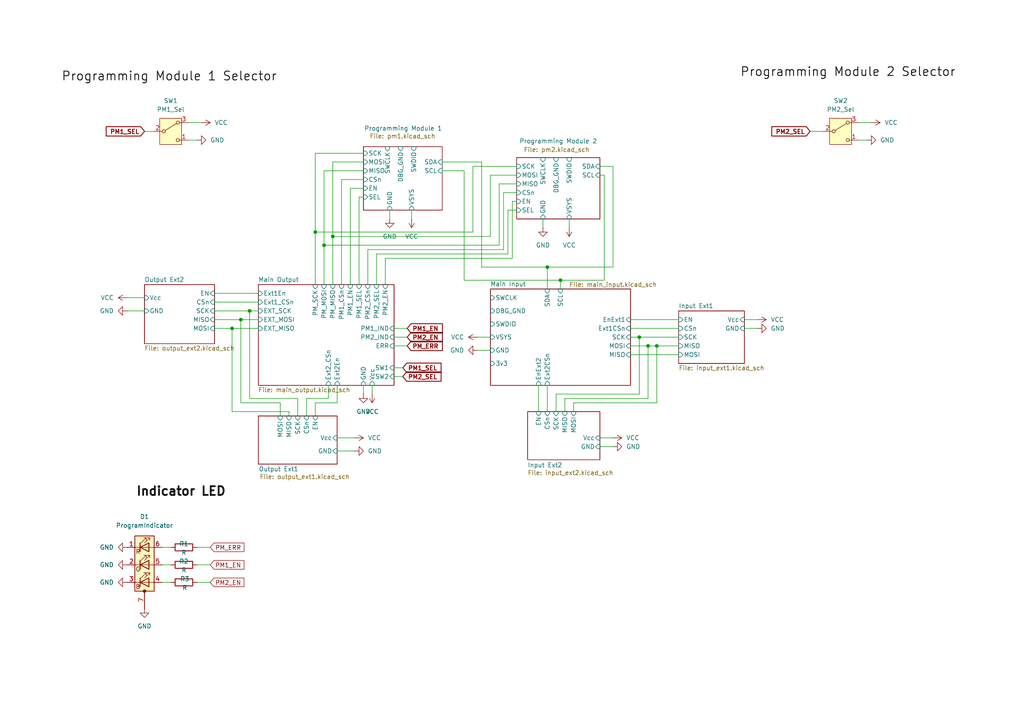
<source format=kicad_sch>
(kicad_sch (version 20231120) (generator "eeschema") (generator_version "8.0")
  (paper "A4")
  (title_block (title "Modular Pip Boy") (rev "1"))
  (lib_symbols
    (symbol "Device:LED_RGB_EP" (pin_names (offset 0) hide)
      (property "Reference" "D" (at 0 11.43 0))
      (property "Value" "LED_RGB_EP" (at 0 9.398 0))
      (symbol "LED_RGB_EP_0_0"
        (text "B" (at -1.905 -6.35 0) (effects (font (size 1.27 1.27))))
        (text "G" (at -1.905 -1.27 0) (effects (font (size 1.27 1.27))))
        (text "R" (at -1.905 3.81 0) (effects (font (size 1.27 1.27))))
      )
      (symbol "LED_RGB_EP_0_1"
        (circle (center 0 -7.62) (radius 0.3556) (stroke (width 0.254)) (fill (type outline)))
        (polyline (pts (xy -1.27 -5.08) (xy -2.54 -5.08)))
        (polyline (pts (xy -1.27 -3.81) (xy -1.27 -6.35)) (stroke (width 0.254)))
        (polyline (pts (xy -1.27 0) (xy -2.54 0)))
        (polyline (pts (xy -1.27 1.27) (xy -1.27 -1.27)) (stroke (width 0.254)))
        (polyline (pts (xy -1.27 5.08) (xy -2.54 5.08)))
        (polyline (pts (xy -1.27 5.08) (xy 1.27 5.08)))
        (polyline (pts (xy -1.27 6.35) (xy -1.27 3.81)) (stroke (width 0.254)))
        (polyline (pts (xy -1.016 0) (xy 1.27 0)))
        (polyline (pts (xy 1.27 -5.08) (xy -1.27 -5.08)))
        (polyline (pts (xy 1.27 -5.08) (xy 2.54 -5.08)))
        (polyline (pts (xy 1.27 5.08) (xy 2.54 5.08)))
        (polyline (pts (xy 2.54 0) (xy 1.27 0)))
        (polyline (pts (xy -1.27 1.27) (xy -1.27 -1.27) (xy -1.27 -1.27)))
        (polyline (pts (xy -1.27 6.35) (xy -1.27 3.81) (xy -1.27 3.81)))
        (polyline (pts (xy 1.27 -3.81) (xy 1.27 -6.35) (xy -1.27 -5.08) (xy 1.27 -3.81)) (stroke (width 0.254)))
        (polyline (pts (xy 1.27 1.27) (xy 1.27 -1.27) (xy -1.27 0) (xy 1.27 1.27)) (stroke (width 0.254)))
        (polyline (pts (xy 1.27 6.35) (xy 1.27 3.81) (xy -1.27 5.08) (xy 1.27 6.35)) (stroke (width 0.254)))
        (polyline (pts (xy -1.016 -3.81) (xy 0.508 -2.286) (xy -0.254 -2.286) (xy 0.508 -2.286) (xy 0.508 -3.048)))
        (polyline (pts (xy -1.016 1.27) (xy 0.508 2.794) (xy -0.254 2.794) (xy 0.508 2.794) (xy 0.508 2.032)))
        (polyline (pts (xy -1.016 6.35) (xy 0.508 7.874) (xy -0.254 7.874) (xy 0.508 7.874) (xy 0.508 7.112)))
        (polyline (pts (xy 0 -3.81) (xy 1.524 -2.286) (xy 0.762 -2.286) (xy 1.524 -2.286) (xy 1.524 -3.048)))
        (polyline (pts (xy 0 1.27) (xy 1.524 2.794) (xy 0.762 2.794) (xy 1.524 2.794) (xy 1.524 2.032)))
        (polyline (pts (xy 0 6.35) (xy 1.524 7.874) (xy 0.762 7.874) (xy 1.524 7.874) (xy 1.524 7.112)))
        (rectangle (start 1.27 -1.27) (end 1.27 1.27))
        (rectangle (start 1.27 1.27) (end 1.27 1.27))
        (rectangle (start 1.27 3.81) (end 1.27 6.35))
        (rectangle (start 1.27 6.35) (end 1.27 6.35))
        (rectangle (start 2.794 8.382) (end -2.794 -7.62) (stroke (width 0.254)) (fill (type background)))
      )
      (symbol "LED_RGB_EP_1_1"
        (pin passive line (at -5.08 5.08 0) (length 2.54) (name "RK") (number "1"))
        (pin passive line (at -5.08 0 0) (length 2.54) (name "GK") (number "2"))
        (pin passive line (at -5.08 -5.08 0) (length 2.54) (name "BK") (number "3"))
        (pin passive line (at 5.08 -5.08 180) (length 2.54) (name "BA") (number "4"))
        (pin passive line (at 5.08 0 180) (length 2.54) (name "GA") (number "5"))
        (pin passive line (at 5.08 5.08 180) (length 2.54) (name "RA") (number "6"))
        (pin passive line (at 0 -12.7 90) (length 5.08) (name "PAD") (number "7"))
      )
    )
    (symbol "Device:R" (pin_numbers hide) (pin_names (offset 0))
      (property "Reference" "R" (at 2.032 0 90))
      (property "Value" "R" (at 0 0 90))
      (symbol "R_0_1"
        (rectangle (start -1.016 -2.54) (end 1.016 2.54) (stroke (width 0.254)))
      )
      (symbol "R_1_1"
        (pin passive line (at 0 3.81 270) (length 1.27) (name "~") (number "1"))
        (pin passive line (at 0 -3.81 90) (length 1.27) (name "~") (number "2"))
      )
    )
    (symbol "Switch:SW_Nidec_CAS-120A1" (pin_names (offset 1) hide)
      (property "Reference" "SW" (at 0 4.318 0))
      (property "Value" "SW_Nidec_CAS-120A1" (at 0 -5.08 0))
      (symbol "SW_Nidec_CAS-120A1_0_1"
        (circle (center -2.032 0) (radius 0.4572))
        (polyline (pts (xy -1.651 0.254) (xy 1.651 2.286)))
        (circle (center 2.032 -2.54) (radius 0.4572))
        (circle (center 2.032 2.54) (radius 0.4572))
      )
      (symbol "SW_Nidec_CAS-120A1_1_1"
        (rectangle (start -3.175 3.81) (end 3.175 -3.81) (fill (type background)))
        (pin passive line (at 5.08 -2.54 180) (length 2.54) (name "C") (number "1"))
        (pin passive line (at -5.08 0 0) (length 2.54) (name "B") (number "2"))
        (pin passive line (at 5.08 2.54 180) (length 2.54) (name "A") (number "3"))
      )
    )
    (symbol "power:GND" (power) (pin_numbers hide) (pin_names (offset 0) hide)
      (property "Value" "GND" (at 0 -3.81 0))
      (symbol "GND_0_1"
        (polyline (pts (xy 0 0) (xy 0 -1.27) (xy 1.27 -1.27) (xy 0 -2.54) (xy -1.27 -1.27) (xy 0 -1.27)))
      )
      (symbol "GND_1_1"
        (pin power_in line (at 0 0 270) (length 0) (name "~") (number "1"))
      )
    )
    (symbol "power:VCC" (power) (pin_numbers hide) (pin_names (offset 0) hide)
      (property "Value" "VCC" (at 0 3.556 0))
      (symbol "VCC_0_1"
        (polyline (pts (xy -0.762 1.27) (xy 0 2.54)))
        (polyline (pts (xy 0 0) (xy 0 2.54)))
        (polyline (pts (xy 0 2.54) (xy 0.762 1.27)))
      )
      (symbol "VCC_1_1"
        (pin power_in line (at 0 0 90) (length 0) (name "~") (number "1"))
      )
    )
  )
  (junction (at 91.44 67.31))
  (junction (at 67.31 95.25))
  (junction (at 190.5 100.33))
  (junction (at 162.56 81.28))
  (junction (at 69.85 92.71))
  (junction (at 185.42 97.79))
  (junction (at 158.75 77.47))
  (junction (at 72.39 90.17))
  (junction (at 96.52 68.58))
  (junction (at 93.98 71.12))
  (junction (at 187.96 100.33))
  (wire (pts (xy 148.59 58.42) (xy 149.86 58.42)))
  (wire (pts (xy 107.95 111.76) (xy 107.95 114.3)))
  (wire (pts (xy 248.92 35.56) (xy 252.73 35.56)))
  (wire (pts (xy 148.59 74.93) (xy 148.59 58.42)))
  (wire (pts (xy 91.44 44.45) (xy 105.41 44.45)))
  (wire (pts (xy 185.42 114.3) (xy 161.29 114.3)))
  (wire (pts (xy 91.44 67.31) (xy 137.16 67.31)))
  (wire (pts (xy 46.99 168.91) (xy 49.53 168.91)))
  (wire (pts (xy 182.88 102.87) (xy 196.85 102.87)))
  (wire (pts (xy 248.92 40.64) (xy 251.46 40.64)))
  (wire (pts (xy 91.44 82.55) (xy 91.44 67.31)))
  (wire (pts (xy 182.88 97.79) (xy 185.42 97.79)))
  (wire (pts (xy 46.99 163.83) (xy 49.53 163.83)))
  (wire (pts (xy 83.82 119.38) (xy 67.31 119.38)))
  (wire (pts (xy 104.14 82.55) (xy 104.14 57.15)))
  (wire (pts (xy 114.3 97.79) (xy 118.11 97.79)))
  (wire (pts (xy 161.29 114.3) (xy 161.29 119.38)))
  (wire (pts (xy 96.52 68.58) (xy 142.24 68.58)))
  (wire (pts (xy 158.75 77.47) (xy 158.75 83.82)))
  (wire (pts (xy 182.88 92.71) (xy 196.85 92.71)))
  (wire (pts (xy 134.62 81.28) (xy 134.62 49.53)))
  (wire (pts (xy 114.3 100.33) (xy 118.11 100.33)))
  (wire (pts (xy 93.98 71.12) (xy 144.78 71.12)))
  (wire (pts (xy 99.06 52.07) (xy 105.41 52.07)))
  (wire (pts (xy 142.24 50.8) (xy 142.24 68.58)))
  (wire (pts (xy 91.44 67.31) (xy 91.44 44.45)))
  (wire (pts (xy 128.27 46.99) (xy 139.7 46.99)))
  (wire (pts (xy 69.85 92.71) (xy 69.85 116.84)))
  (wire (pts (xy 109.22 73.66) (xy 147.32 73.66)))
  (wire (pts (xy 97.79 127) (xy 102.87 127)))
  (wire (pts (xy 86.36 115.57) (xy 72.39 115.57)))
  (wire (pts (xy 62.23 85.09) (xy 74.93 85.09)))
  (wire (pts (xy 173.99 127) (xy 177.8 127)))
  (wire (pts (xy 156.21 111.76) (xy 156.21 119.38)))
  (wire (pts (xy 88.9 115.57) (xy 88.9 120.65)))
  (wire (pts (xy 173.99 50.8) (xy 175.26 50.8)))
  (wire (pts (xy 182.88 100.33) (xy 187.96 100.33)))
  (wire (pts (xy 36.83 90.17) (xy 41.91 90.17)))
  (wire (pts (xy 158.75 77.47) (xy 177.8 77.47)))
  (wire (pts (xy 101.6 54.61) (xy 105.41 54.61)))
  (wire (pts (xy 114.3 106.68) (xy 116.84 106.68)))
  (wire (pts (xy 46.99 158.75) (xy 49.53 158.75)))
  (wire (pts (xy 165.1 63.5) (xy 165.1 66.04)))
  (wire (pts (xy 190.5 100.33) (xy 196.85 100.33)))
  (wire (pts (xy 62.23 92.71) (xy 69.85 92.71)))
  (wire (pts (xy 147.32 60.96) (xy 149.86 60.96)))
  (wire (pts (xy 157.48 63.5) (xy 157.48 66.04)))
  (wire (pts (xy 96.52 46.99) (xy 105.41 46.99)))
  (wire (pts (xy 149.86 50.8) (xy 142.24 50.8)))
  (wire (pts (xy 166.37 116.84) (xy 166.37 119.38)))
  (wire (pts (xy 147.32 73.66) (xy 147.32 60.96)))
  (wire (pts (xy 57.15 158.75) (xy 60.96 158.75)))
  (wire (pts (xy 93.98 82.55) (xy 93.98 71.12)))
  (wire (pts (xy 101.6 82.55) (xy 101.6 54.61)))
  (wire (pts (xy 91.44 116.84) (xy 97.79 116.84)))
  (wire (pts (xy 57.15 168.91) (xy 60.96 168.91)))
  (wire (pts (xy 36.83 86.36) (xy 41.91 86.36)))
  (wire (pts (xy 54.61 40.64) (xy 57.15 40.64)))
  (wire (pts (xy 62.23 87.63) (xy 74.93 87.63)))
  (wire (pts (xy 175.26 81.28) (xy 162.56 81.28)))
  (wire (pts (xy 163.83 119.38) (xy 163.83 115.57)))
  (wire (pts (xy 190.5 100.33) (xy 190.5 116.84)))
  (wire (pts (xy 187.96 100.33) (xy 190.5 100.33)))
  (wire (pts (xy 106.68 82.55) (xy 106.68 72.39)))
  (wire (pts (xy 144.78 53.34) (xy 149.86 53.34)))
  (wire (pts (xy 182.88 95.25) (xy 196.85 95.25)))
  (wire (pts (xy 81.28 116.84) (xy 81.28 120.65)))
  (wire (pts (xy 62.23 95.25) (xy 67.31 95.25)))
  (wire (pts (xy 173.99 129.54) (xy 177.8 129.54)))
  (wire (pts (xy 114.3 109.22) (xy 116.84 109.22)))
  (wire (pts (xy 86.36 120.65) (xy 86.36 115.57)))
  (wire (pts (xy 138.43 97.79) (xy 142.24 97.79)))
  (wire (pts (xy 95.25 111.76) (xy 95.25 115.57)))
  (wire (pts (xy 99.06 82.55) (xy 99.06 52.07)))
  (wire (pts (xy 128.27 49.53) (xy 134.62 49.53)))
  (wire (pts (xy 137.16 48.26) (xy 137.16 67.31)))
  (wire (pts (xy 163.83 115.57) (xy 187.96 115.57)))
  (wire (pts (xy 67.31 95.25) (xy 74.93 95.25)))
  (wire (pts (xy 97.79 130.81) (xy 102.87 130.81)))
  (wire (pts (xy 62.23 90.17) (xy 72.39 90.17)))
  (wire (pts (xy 109.22 82.55) (xy 109.22 73.66)))
  (wire (pts (xy 144.78 71.12) (xy 144.78 53.34)))
  (wire (pts (xy 69.85 92.71) (xy 74.93 92.71)))
  (wire (pts (xy 215.9 95.25) (xy 219.71 95.25)))
  (wire (pts (xy 72.39 90.17) (xy 74.93 90.17)))
  (wire (pts (xy 41.91 38.1) (xy 44.45 38.1)))
  (wire (pts (xy 139.7 77.47) (xy 158.75 77.47)))
  (wire (pts (xy 215.9 92.71) (xy 219.71 92.71)))
  (wire (pts (xy 105.41 111.76) (xy 105.41 114.3)))
  (wire (pts (xy 96.52 82.55) (xy 96.52 68.58)))
  (wire (pts (xy 177.8 77.47) (xy 177.8 48.26)))
  (wire (pts (xy 97.79 111.76) (xy 97.79 116.84)))
  (wire (pts (xy 104.14 57.15) (xy 105.41 57.15)))
  (wire (pts (xy 113.03 60.96) (xy 113.03 63.5)))
  (wire (pts (xy 114.3 95.25) (xy 118.11 95.25)))
  (wire (pts (xy 173.99 48.26) (xy 177.8 48.26)))
  (wire (pts (xy 187.96 100.33) (xy 187.96 115.57)))
  (wire (pts (xy 93.98 49.53) (xy 105.41 49.53)))
  (wire (pts (xy 162.56 81.28) (xy 162.56 83.82)))
  (wire (pts (xy 149.86 48.26) (xy 137.16 48.26)))
  (wire (pts (xy 234.95 38.1) (xy 238.76 38.1)))
  (wire (pts (xy 106.68 72.39) (xy 146.05 72.39)))
  (wire (pts (xy 190.5 116.84) (xy 166.37 116.84)))
  (wire (pts (xy 57.15 163.83) (xy 60.96 163.83)))
  (wire (pts (xy 139.7 46.99) (xy 139.7 77.47)))
  (wire (pts (xy 72.39 90.17) (xy 72.39 115.57)))
  (wire (pts (xy 185.42 97.79) (xy 196.85 97.79)))
  (wire (pts (xy 158.75 111.76) (xy 158.75 119.38)))
  (wire (pts (xy 175.26 50.8) (xy 175.26 81.28)))
  (wire (pts (xy 111.76 82.55) (xy 111.76 74.93)))
  (wire (pts (xy 67.31 119.38) (xy 67.31 95.25)))
  (wire (pts (xy 162.56 81.28) (xy 134.62 81.28)))
  (wire (pts (xy 185.42 97.79) (xy 185.42 114.3)))
  (wire (pts (xy 138.43 101.6) (xy 142.24 101.6)))
  (wire (pts (xy 111.76 74.93) (xy 148.59 74.93)))
  (wire (pts (xy 146.05 72.39) (xy 146.05 55.88)))
  (wire (pts (xy 96.52 68.58) (xy 96.52 46.99)))
  (wire (pts (xy 119.38 60.96) (xy 119.38 63.5)))
  (wire (pts (xy 54.61 35.56) (xy 58.42 35.56)))
  (wire (pts (xy 95.25 115.57) (xy 88.9 115.57)))
  (wire (pts (xy 91.44 120.65) (xy 91.44 116.84)))
  (wire (pts (xy 93.98 71.12) (xy 93.98 49.53)))
  (wire (pts (xy 146.05 55.88) (xy 149.86 55.88)))
  (wire (pts (xy 69.85 116.84) (xy 81.28 116.84)))
  (wire (pts (xy 83.82 120.65) (xy 83.82 119.38)))
  (label "Programming Module 2 Selector" (at 214.63 22.86 0) (effects (font (size 2.54 2.54) (thickness 0.254) (bold yes))))
  (label "Indicator LED" (at 39.37 144.78 0) (effects (font (size 2.54 2.54) (thickness 0.508) (bold yes))))
  (label "Programming Module 1 Selector" (at 17.78 24.13 0) (effects (font (size 2.54 2.54) (thickness 0.254) (bold yes))))
  (global_label "PM2_EN" (shape input) (at 118.11 97.79 0) (effects (font (thickness 0.254) (bold yes))) (property "Intersheetrefs" "${INTERSHEET_REFS}" (effects (hide yes))))
  (global_label "PM_ERR" (shape input) (at 60.96 158.75 0) (property "Intersheetrefs" "${INTERSHEET_REFS}" (effects (hide yes))))
  (global_label "PM1_SEL" (shape input) (at 116.84 106.68 0) (effects (font (thickness 0.254) (bold yes))) (property "Intersheetrefs" "${INTERSHEET_REFS}" (effects (hide yes))))
  (global_label "PM_ERR" (shape input) (at 118.11 100.33 0) (effects (font (thickness 0.254) (bold yes))) (property "Intersheetrefs" "${INTERSHEET_REFS}" (effects (hide yes))))
  (global_label "PM2_EN" (shape input) (at 60.96 168.91 0) (property "Intersheetrefs" "${INTERSHEET_REFS}" (effects (hide yes))))
  (global_label "PM1_EN" (shape input) (at 60.96 163.83 0) (property "Intersheetrefs" "${INTERSHEET_REFS}" (effects (hide yes))))
  (global_label "PM1_SEL" (shape input) (at 41.91 38.1 180) (effects (font (thickness 0.254) (bold yes))) (property "Intersheetrefs" "${INTERSHEET_REFS}" (effects (hide yes))))
  (global_label "PM2_SEL" (shape input) (at 116.84 109.22 0) (effects (font (thickness 0.254) (bold yes))) (property "Intersheetrefs" "${INTERSHEET_REFS}" (effects (hide yes))))
  (global_label "PM2_SEL" (shape input) (at 234.95 38.1 180) (effects (font (thickness 0.254) (bold yes))) (property "Intersheetrefs" "${INTERSHEET_REFS}" (effects (hide yes))))
  (global_label "PM1_EN" (shape input) (at 118.11 95.25 0) (effects (font (thickness 0.254) (bold yes))) (property "Intersheetrefs" "${INTERSHEET_REFS}" (effects (hide yes))))
  (symbol (lib_id "power:VCC") (at 219.71 92.71 270) (unit 1)
    (property "Reference" "#PWR15" (effects (hide yes)))
    (property "Value" "VCC" (at 223.52 92.7099 90) (effects (justify left)))
    (property "Description" "Power symbol creates a global label with name \"VCC\"" (effects (hide yes)))
  )
  (symbol (lib_id "power:GND") (at 36.83 158.75 270) (unit 1)
    (property "Reference" "#PWR2" (effects (hide yes)))
    (property "Value" "GND" (at 33.02 158.7499 90) (effects (justify right)))
    (property "Description" "Power symbol creates a global label with name \"GND\" , ground" (effects (hide yes)))
  )
  (symbol (lib_id "power:GND") (at 41.91 176.53 0) (unit 1)
    (property "Reference" "#PWR1" (effects (hide yes)))
    (property "Value" "GND" (at 41.91 181.61 0))
    (property "Description" "Power symbol creates a global label with name \"GND\" , ground" (effects (hide yes)))
  )
  (symbol (lib_id "Switch:SW_Nidec_CAS-120A1") (at 243.84 38.1 0) (unit 1)
    (property "Reference" "SW2" (at 243.84 29.21 0))
    (property "Value" "PM2_Sel" (at 243.84 31.75 0))
    (property "Footprint" "Button_Switch_SMD:Nidec_Copal_CAS-120A" (effects (hide yes)))
    (property "Datasheet" "https://www.nidec-components.com/e/catalog/switch/cas.pdf" (effects (hide yes)))
    (property "Description" "Switch, single pole double throw" (effects (hide yes)))
  )
  (symbol (lib_id "Device:LED_RGB_EP") (at 41.91 163.83 0) (unit 1)
    (property "Reference" "D1" (at 41.91 149.86 0))
    (property "Value" "ProgramIndicator" (at 41.91 152.4 0))
    (property "Description" "RGB LED, 6 pin package with exposed pad" (effects (hide yes)))
  )
  (symbol (lib_id "power:GND") (at 57.15 40.64 90) (unit 1)
    (property "Reference" "#PWR5" (effects (hide yes)))
    (property "Value" "GND" (at 60.96 40.6399 90) (effects (justify right)))
    (property "Description" "Power symbol creates a global label with name \"GND\" , ground" (effects (hide yes)))
  )
  (symbol (lib_id "power:VCC") (at 107.95 114.3 180) (unit 1)
    (property "Reference" "#PWR19" (effects (hide yes)))
    (property "Value" "VCC" (at 107.95 119.38 0))
    (property "Description" "Power symbol creates a global label with name \"VCC\"" (effects (hide yes)))
  )
  (symbol (lib_id "power:GND") (at 36.83 163.83 270) (unit 1)
    (property "Reference" "#PWR3" (effects (hide yes)))
    (property "Value" "GND" (at 33.02 163.8299 90) (effects (justify right)))
    (property "Description" "Power symbol creates a global label with name \"GND\" , ground" (effects (hide yes)))
  )
  (symbol (lib_id "power:GND") (at 113.03 63.5 0) (unit 1)
    (property "Reference" "#PWR9" (effects (hide yes)))
    (property "Value" "GND" (at 113.03 68.58 0))
    (property "Description" "Power symbol creates a global label with name \"GND\" , ground" (effects (hide yes)))
  )
  (symbol (lib_id "power:GND") (at 177.8 129.54 90) (unit 1)
    (property "Reference" "#PWR17" (effects (hide yes)))
    (property "Value" "GND" (at 181.61 129.5399 90) (effects (justify right)))
    (property "Description" "Power symbol creates a global label with name \"GND\" , ground" (effects (hide yes)))
  )
  (symbol (lib_id "power:GND") (at 36.83 168.91 270) (unit 1)
    (property "Reference" "#PWR4" (effects (hide yes)))
    (property "Value" "GND" (at 33.02 168.9099 90) (effects (justify right)))
    (property "Description" "Power symbol creates a global label with name \"GND\" , ground" (effects (hide yes)))
  )
  (symbol (lib_id "power:GND") (at 105.41 114.3 0) (unit 1)
    (property "Reference" "#PWR20" (effects (hide yes)))
    (property "Value" "GND" (at 105.41 119.38 0))
    (property "Description" "Power symbol creates a global label with name \"GND\" , ground" (effects (hide yes)))
  )
  (symbol (lib_id "power:VCC") (at 177.8 127 270) (unit 1)
    (property "Reference" "#PWR18" (effects (hide yes)))
    (property "Value" "VCC" (at 181.61 126.9999 90) (effects (justify left)))
    (property "Description" "Power symbol creates a global label with name \"VCC\"" (effects (hide yes)))
  )
  (symbol (lib_id "power:GND") (at 219.71 95.25 90) (unit 1)
    (property "Reference" "#PWR16" (effects (hide yes)))
    (property "Value" "GND" (at 223.52 95.2499 90) (effects (justify right)))
    (property "Description" "Power symbol creates a global label with name \"GND\" , ground" (effects (hide yes)))
  )
  (symbol (lib_id "power:VCC") (at 119.38 63.5 180) (unit 1)
    (property "Reference" "#PWR11" (effects (hide yes)))
    (property "Value" "VCC" (at 119.38 68.58 0))
    (property "Description" "Power symbol creates a global label with name \"VCC\"" (effects (hide yes)))
  )
  (symbol (lib_id "power:GND") (at 102.87 130.81 90) (unit 1)
    (property "Reference" "#PWR22" (effects (hide yes)))
    (property "Value" "GND" (at 106.68 130.8099 90) (effects (justify right)))
    (property "Description" "Power symbol creates a global label with name \"GND\" , ground" (effects (hide yes)))
  )
  (symbol (lib_id "Device:R") (at 53.34 168.91 270) (unit 1)
    (property "Reference" "R3" (at 53.594 167.894 90))
    (property "Value" "R" (at 53.594 170.434 90))
    (property "Description" "Resistor" (effects (hide yes)))
  )
  (symbol (lib_id "Switch:SW_Nidec_CAS-120A1") (at 49.53 38.1 0) (unit 1)
    (property "Reference" "SW1" (at 49.53 29.21 0))
    (property "Value" "PM1_Sel" (at 49.53 31.75 0))
    (property "Footprint" "Button_Switch_SMD:Nidec_Copal_CAS-120A" (effects (hide yes)))
    (property "Datasheet" "https://www.nidec-components.com/e/catalog/switch/cas.pdf" (effects (hide yes)))
    (property "Description" "Switch, single pole double throw" (effects (hide yes)))
  )
  (symbol (lib_id "power:GND") (at 251.46 40.64 90) (unit 1)
    (property "Reference" "#PWR6" (effects (hide yes)))
    (property "Value" "GND" (at 255.27 40.6399 90) (effects (justify right)))
    (property "Description" "Power symbol creates a global label with name \"GND\" , ground" (effects (hide yes)))
  )
  (symbol (lib_id "power:VCC") (at 102.87 127 270) (unit 1)
    (property "Reference" "#PWR23" (effects (hide yes)))
    (property "Value" "VCC" (at 106.68 126.9999 90) (effects (justify left)))
    (property "Description" "Power symbol creates a global label with name \"VCC\"" (effects (hide yes)))
  )
  (symbol (lib_id "power:VCC") (at 138.43 97.79 90) (unit 1)
    (property "Reference" "#PWR14" (effects (hide yes)))
    (property "Value" "VCC" (at 134.62 97.7899 90) (effects (justify left)))
    (property "Description" "Power symbol creates a global label with name \"VCC\"" (effects (hide yes)))
  )
  (symbol (lib_id "power:VCC") (at 165.1 66.04 180) (unit 1)
    (property "Reference" "#PWR12" (effects (hide yes)))
    (property "Value" "VCC" (at 165.1 71.12 0))
    (property "Description" "Power symbol creates a global label with name \"VCC\"" (effects (hide yes)))
  )
  (symbol (lib_id "power:GND") (at 138.43 101.6 270) (unit 1)
    (property "Reference" "#PWR13" (effects (hide yes)))
    (property "Value" "GND" (at 134.62 101.5999 90) (effects (justify right)))
    (property "Description" "Power symbol creates a global label with name \"GND\" , ground" (effects (hide yes)))
  )
  (symbol (lib_id "power:VCC") (at 58.42 35.56 270) (unit 1)
    (property "Reference" "#PWR7" (effects (hide yes)))
    (property "Value" "VCC" (at 62.23 35.5599 90) (effects (justify left)))
    (property "Description" "Power symbol creates a global label with name \"VCC\"" (effects (hide yes)))
  )
  (symbol (lib_id "power:GND") (at 36.83 90.17 270) (unit 1)
    (property "Reference" "#PWR21" (effects (hide yes)))
    (property "Value" "GND" (at 33.02 90.1699 90) (effects (justify right)))
    (property "Description" "Power symbol creates a global label with name \"GND\" , ground" (effects (hide yes)))
  )
  (symbol (lib_id "power:GND") (at 157.48 66.04 0) (unit 1)
    (property "Reference" "#PWR10" (effects (hide yes)))
    (property "Value" "GND" (at 157.48 71.12 0))
    (property "Description" "Power symbol creates a global label with name \"GND\" , ground" (effects (hide yes)))
  )
  (symbol (lib_id "power:VCC") (at 252.73 35.56 270) (unit 1)
    (property "Reference" "#PWR8" (effects (hide yes)))
    (property "Value" "VCC" (at 256.54 35.5599 90) (effects (justify left)))
    (property "Description" "Power symbol creates a global label with name \"VCC\"" (effects (hide yes)))
  )
  (symbol (lib_id "Device:R") (at 53.34 158.75 270) (unit 1)
    (property "Reference" "R1" (at 53.34 157.734 90))
    (property "Value" "R" (at 53.34 160.274 90))
    (property "Description" "Resistor" (effects (hide yes)))
  )
  (symbol (lib_id "Device:R") (at 53.34 163.83 270) (unit 1)
    (property "Reference" "R2" (at 53.34 162.814 90))
    (property "Value" "R" (at 53.34 165.354 90))
    (property "Description" "Resistor" (effects (hide yes)))
  )
  (symbol (lib_id "power:VCC") (at 36.83 86.36 90) (unit 1)
    (property "Reference" "#PWR24" (effects (hide yes)))
    (property "Value" "VCC" (at 33.02 86.3599 90) (effects (justify left)))
    (property "Description" "Power symbol creates a global label with name \"VCC\"" (effects (hide yes)))
  )
  (sheet (at 74.93 82.55) (size 39.37 29.21) (stroke (width 0.1524))
    (property "Sheetname" "Main Output" (at 74.93 81.8384 0) (effects (justify left bottom)))
    (property "Sheetfile" "main_output.kicad_sch" (at 74.93 112.3446 0) (effects (justify left top)))
    (pin "Ext1En" input (at 74.93 85.09 180))
    (pin "Ext2En" input (at 97.79 111.76 270))
    (pin "PM_SCK" input (at 91.44 82.55 90))
    (pin "PM_MOSI" input (at 93.98 82.55 90))
    (pin "PM_MISO" input (at 96.52 82.55 90))
    (pin "PM1_EN" input (at 101.6 82.55 90))
    (pin "PM2_EN" input (at 111.76 82.55 90))
    (pin "PM1_SEL" input (at 104.14 82.55 90))
    (pin "PM2_SEL" input (at 109.22 82.55 90))
    (pin "PM1_CSn" input (at 99.06 82.55 90))
    (pin "PM2_CSn" input (at 106.68 82.55 90))
    (pin "PM1_IND" input (at 114.3 95.25 0))
    (pin "PM2_IND" input (at 114.3 97.79 0))
    (pin "ERR" input (at 114.3 100.33 0))
    (pin "Ext1_CSn" input (at 74.93 87.63 180))
    (pin "Ext2_CSn" input (at 95.25 111.76 270))
    (pin "EXT_SCK" input (at 74.93 90.17 180))
    (pin "EXT_MOSI" input (at 74.93 92.71 180))
    (pin "EXT_MISO" input (at 74.93 95.25 180))
    (pin "SW1" input (at 114.3 106.68 0))
    (pin "SW2" input (at 114.3 109.22 0))
    (pin "Vcc" input (at 107.95 111.76 270))
    (pin "GND" input (at 105.41 111.76 270))
  )
  (sheet (at 74.93 120.65) (size 22.86 13.97) (stroke (width 0.1524))
    (property "Sheetname" "Output Ext1" (at 75.057 136.779 0) (effects (justify left bottom)))
    (property "Sheetfile" "output_ext1.kicad_sch" (at 75.311 137.541 0) (effects (justify left top)))
    (pin "EN" input (at 91.44 120.65 90))
    (pin "SCK" input (at 86.36 120.65 90))
    (pin "MOSI" input (at 81.28 120.65 90))
    (pin "MISO" input (at 83.82 120.65 90))
    (pin "CSn" input (at 88.9 120.65 90))
    (pin "Vcc" input (at 97.79 127 0))
    (pin "GND" input (at 97.79 130.81 0))
  )
  (sheet (at 142.24 83.82) (size 40.64 27.94) (stroke (width 0.1524))
    (property "Sheetname" "Main Input" (at 142.24 83.1084 0) (effects (justify left bottom)))
    (property "Sheetfile" "main_input.kicad_sch" (at 165.1 81.788 0) (effects (justify left top)))
    (pin "Ext2CSn" input (at 158.75 111.76 270))
    (pin "SDA" input (at 158.75 83.82 90))
    (pin "SCL" input (at 162.56 83.82 90))
    (pin "EnExt1" input (at 182.88 92.71 0))
    (pin "EnExt2" input (at 156.21 111.76 270))
    (pin "SCK" input (at 182.88 97.79 0))
    (pin "MOSI" input (at 182.88 100.33 0))
    (pin "MISO" input (at 182.88 102.87 0))
    (pin "Ext1CSn" input (at 182.88 95.25 0))
    (pin "SWCLK" input (at 142.24 86.36 180))
    (pin "DBG_GND" input (at 142.24 90.17 180))
    (pin "SWDIO" input (at 142.24 93.98 180))
    (pin "VSYS" input (at 142.24 97.79 180))
    (pin "GND" input (at 142.24 101.6 180))
    (pin "3v3" input (at 142.24 105.41 180))
  )
  (sheet (at 105.41 42.545) (size 22.86 18.415) (stroke (width 0.1524))
    (property "Sheetname" "Programming Module 1" (at 105.664 37.973 0) (effects (justify left bottom)))
    (property "Sheetfile" "pm1.kicad_sch" (at 107.188 38.735 0) (effects (justify left top)))
    (pin "SCK" input (at 105.41 44.45 180))
    (pin "MOSI" input (at 105.41 46.99 180))
    (pin "MISO" input (at 105.41 49.53 180))
    (pin "CSn" input (at 105.41 52.07 180))
    (pin "GND" input (at 113.03 60.96 270))
    (pin "EN" input (at 105.41 54.61 180))
    (pin "SEL" input (at 105.41 57.15 180))
    (pin "SDA" input (at 128.27 46.99 0))
    (pin "SCL" input (at 128.27 49.53 0))
    (pin "VSYS" input (at 119.38 60.96 270))
    (pin "SWCLK" input (at 112.395 42.545 90))
    (pin "DBG_GND" input (at 116.205 42.545 90))
    (pin "SWDIO" input (at 120.015 42.545 90))
  )
  (sheet (at 153.035 119.38) (size 20.955 13.97) (stroke (width 0.1524))
    (property "Sheetname" "Input Ext2" (at 153.035 135.636 0) (effects (justify left bottom)))
    (property "Sheetfile" "input_ext2.kicad_sch" (at 153.035 136.398 0) (effects (justify left top)))
    (pin "EN" input (at 156.21 119.38 90))
    (pin "SCK" input (at 161.29 119.38 90))
    (pin "MOSI" input (at 166.37 119.38 90))
    (pin "MISO" input (at 163.83 119.38 90))
    (pin "CSn" input (at 158.75 119.38 90))
    (pin "Vcc" input (at 173.99 127 0))
    (pin "GND" input (at 173.99 129.54 0))
  )
  (sheet (at 149.86 45.72) (size 24.13 17.78) (stroke (width 0.1524))
    (property "Sheetname" "Programming Module 2" (at 150.622 41.656 0) (effects (justify left bottom)))
    (property "Sheetfile" "pm2.kicad_sch" (at 151.892 42.672 0) (effects (justify left top)))
    (pin "SCK" input (at 149.86 48.26 180))
    (pin "MOSI" input (at 149.86 50.8 180))
    (pin "MISO" input (at 149.86 53.34 180))
    (pin "CSn" input (at 149.86 55.88 180))
    (pin "GND" input (at 157.48 63.5 270))
    (pin "EN" input (at 149.86 58.42 180))
    (pin "SEL" input (at 149.86 60.96 180))
    (pin "SDA" input (at 173.99 48.26 0))
    (pin "SCL" input (at 173.99 50.8 0))
    (pin "SWCLK" input (at 157.48 45.72 90))
    (pin "DBG_GND" input (at 161.29 45.72 90))
    (pin "SWDIO" input (at 165.1 45.72 90))
    (pin "VSYS" input (at 165.1 63.5 270))
  )
  (sheet (at 196.85 90.17) (size 19.05 15.24) (stroke (width 0.1524))
    (property "Sheetname" "Input Ext1" (at 196.85 89.4584 0) (effects (justify left bottom)))
    (property "Sheetfile" "input_ext1.kicad_sch" (at 196.85 105.9946 0) (effects (justify left top)))
    (pin "EN" input (at 196.85 92.71 180))
    (pin "SCK" input (at 196.85 97.79 180))
    (pin "MOSI" input (at 196.85 102.87 180))
    (pin "MISO" input (at 196.85 100.33 180))
    (pin "CSn" input (at 196.85 95.25 180))
    (pin "Vcc" input (at 215.9 92.71 0))
    (pin "GND" input (at 215.9 95.25 0))
  )
  (sheet (at 41.91 82.55) (size 20.32 17.145) (stroke (width 0.1524))
    (property "Sheetname" "Output Ext2" (at 41.91 81.8384 0) (effects (justify left bottom)))
    (property "Sheetfile" "output_ext2.kicad_sch" (at 41.91 100.2796 0) (effects (justify left top)))
    (pin "EN" input (at 62.23 85.09 0))
    (pin "SCK" input (at 62.23 90.17 0))
    (pin "MOSI" input (at 62.23 95.25 0))
    (pin "MISO" input (at 62.23 92.71 0))
    (pin "CSn" input (at 62.23 87.63 0))
    (pin "Vcc" input (at 41.91 86.36 180))
    (pin "GND" input (at 41.91 90.17 180))
  )
)
</source>
